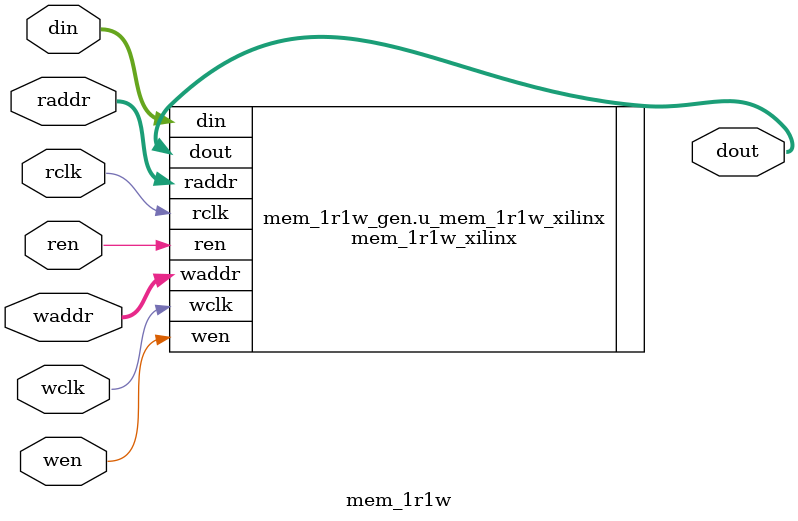
<source format=v>
`default_nettype wire
`timescale 1ns/1ps
module mem_1r1w #(
    parameter IS_ARRAY_RAM      = 0             ,
    parameter RAM_STYLE_MODE    = "block"       , //"distributed","registers","block"
    parameter WIDTH_ADDR        = 8             ,
    parameter WIDTH_DATA        = 8             ,
    parameter DEVICE_RAM_TYPE   = "AUTO"        , //For Xilinx:"auto","distributed","block","ultra"
    parameter DOUT_REG          = "false"         //"false":No register output;"true":register output
    )
    (
    input                           wclk              ,
    input                           wen               ,
    input       [WIDTH_ADDR-1:0]    waddr             ,
    input       [WIDTH_DATA-1:0]    din               ,
    input                           rclk              ,
    input                           ren               ,
    input       [WIDTH_ADDR-1:0]    raddr             ,
    output      [WIDTH_DATA-1:0]    dout
    ) ;

generate
    //ARRAY_RAM
    if (IS_ARRAY_RAM == 1) 
        begin: mem_1r1w_gen
        mem_1r1w_array #(
            .WIDTH_DATA         ( WIDTH_DATA        ) ,
            .WIDTH_ADDR         ( WIDTH_ADDR        ) ,
            .DOUT_REG           ( DOUT_REG          )
        )
        u_mem_1r1w_array (
            .wclk               (wclk               ),
            .wen                (wen                ),
            .waddr              (waddr              ),
            .din                (din                ),

            .rclk               (rclk               ),
            .ren                (ren                ),
            .raddr              (raddr              ),
            .dout               (dout               )
        );
    end
    else
        // Xilinx RAM 
        begin: mem_1r1w_gen
        mem_1r1w_xilinx #(
            .WIDTH_DATA         ( WIDTH_DATA        ) ,
            .WIDTH_ADDR         ( WIDTH_ADDR        ) ,
            .DEVICE_RAM_TYPE    ( DEVICE_RAM_TYPE   ) ,
            .DOUT_REG           ( DOUT_REG          )
        )
        u_mem_1r1w_xilinx (
            .wclk               (wclk               ),
            .wen                (wen                ),
            .waddr              (waddr              ),
            .din                (din                ),

            .rclk               (rclk               ),
            .ren                (ren                ),
            .raddr              (raddr              ),
            .dout               (dout               )
        );
    end

endgenerate
endmodule

</source>
